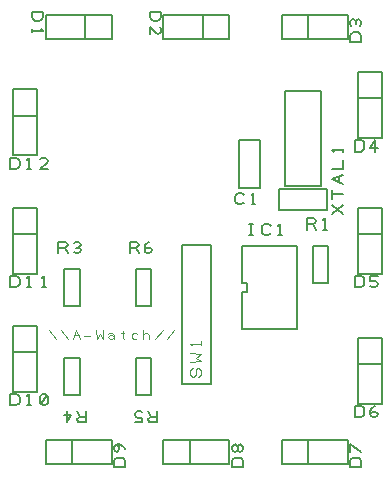
<source format=gbr>
%FSLAX23Y23*%
%MOIN*%
G04 EasyPC Gerber Version 16.0.6 Build 3249 *
%ADD11C,0.00300*%
%ADD12C,0.00500*%
%ADD13C,0.00600*%
X0Y0D02*
D02*
D11*
X4278Y4780D02*
X4303Y4750D01*
X4317Y4780D02*
X4342Y4750D01*
X4357D02*
X4369Y4780D01*
X4381Y4750*
X4362Y4762D02*
X4377D01*
X4396Y4760D02*
X4416D01*
X4436Y4780D02*
X4438Y4750D01*
X4448Y4765*
X4458Y4750*
X4460Y4780*
X4475Y4767D02*
X4480Y4770D01*
X4487*
X4492Y4767*
X4495Y4762*
Y4755*
X4492Y4753*
X4487Y4750*
X4482*
X4477Y4753*
X4475Y4755*
Y4757*
X4477Y4760*
X4482Y4762*
X4487*
X4492Y4760*
X4495Y4757*
Y4755D02*
Y4750D01*
X4519Y4770D02*
X4529D01*
X4524Y4775D02*
Y4753D01*
X4527Y4750*
X4529*
X4532Y4753*
X4573Y4767D02*
X4568Y4770D01*
X4561*
X4556Y4767*
X4554Y4762*
Y4757*
X4556Y4753*
X4561Y4750*
X4568*
X4573Y4753*
X4593Y4750D02*
Y4780D01*
Y4762D02*
X4596Y4767D01*
X4600Y4770*
X4605*
X4610Y4767*
X4613Y4762*
Y4750*
X4632D02*
X4657Y4780D01*
X4672Y4750D02*
X4696Y4780D01*
X4776Y4622D02*
X4783Y4625D01*
X4786Y4631*
Y4644*
X4783Y4650*
X4776Y4653*
X4770Y4650*
X4767Y4644*
Y4631*
X4764Y4625*
X4758Y4622*
X4751Y4625*
X4748Y4631*
Y4644*
X4751Y4650*
X4758Y4653*
X4748Y4672D02*
X4786Y4675D01*
X4767Y4687*
X4786Y4700*
X4748Y4703*
X4786Y4728D02*
Y4741D01*
Y4734D02*
X4748D01*
X4755Y4728*
D02*
D12*
X4149Y4528D02*
Y4565D01*
X4168*
X4174Y4562*
X4177Y4559*
X4181Y4553*
Y4540*
X4177Y4534*
X4174Y4531*
X4168Y4528*
X4149*
X4206D02*
X4218D01*
X4212D02*
Y4565D01*
X4206Y4559*
X4252Y4531D02*
X4259Y4528D01*
X4265*
X4271Y4531*
X4274Y4537*
Y4556*
X4271Y4562*
X4265Y4565*
X4259*
X4252Y4562*
X4249Y4556*
Y4537*
X4252Y4531*
X4271Y4562*
X4149Y4922D02*
Y4959D01*
X4168*
X4174Y4956*
X4177Y4953*
X4181Y4947*
Y4934*
X4177Y4928*
X4174Y4925*
X4168Y4922*
X4149*
X4206D02*
X4218D01*
X4212D02*
Y4959D01*
X4206Y4953*
X4256Y4922D02*
X4268D01*
X4262D02*
Y4959D01*
X4256Y4953*
X4149Y5315D02*
Y5353D01*
X4168*
X4174Y5350*
X4177Y5347*
X4181Y5340*
Y5328*
X4177Y5322*
X4174Y5319*
X4168Y5315*
X4149*
X4206D02*
X4218D01*
X4212D02*
Y5353D01*
X4206Y5347*
X4274Y5315D02*
X4249D01*
X4271Y5337*
X4274Y5344*
X4271Y5350*
X4265Y5353*
X4256*
X4249Y5350*
X4159Y4794D02*
Y4574D01*
X4239*
Y4794*
X4159*
Y5187D02*
Y4967D01*
X4239*
Y5187*
X4159*
Y5581D02*
Y5361D01*
X4239*
Y5581*
X4159*
X4161Y4705D02*
X4240D01*
X4161Y5099D02*
X4240D01*
X4161Y5493D02*
X4240D01*
X4221Y5840D02*
X4258D01*
Y5821*
X4255Y5815*
X4252Y5812*
X4246Y5809*
X4233*
X4227Y5812*
X4224Y5815*
X4221Y5821*
Y5840*
Y5784D02*
Y5771D01*
Y5777D02*
X4258D01*
X4252Y5784*
X4267Y4333D02*
X4487D01*
Y4413*
X4267*
Y4333*
X4310Y5036D02*
Y5073D01*
X4332*
X4338Y5070*
X4342Y5064*
X4338Y5058*
X4332Y5054*
X4310*
X4332D02*
X4342Y5036D01*
X4363Y5039D02*
X4370Y5036D01*
X4376*
X4382Y5039*
X4385Y5045*
X4382Y5051*
X4376Y5054*
X4370*
X4376D02*
X4382Y5058D01*
X4385Y5064*
X4382Y5070*
X4376Y5073*
X4370*
X4363Y5070*
X4330Y4981D02*
X4383D01*
Y4858*
X4330*
Y4981*
X4355Y4334D02*
Y4413D01*
X4383Y4563D02*
X4330D01*
Y4686*
X4383*
Y4563*
X4398Y5828D02*
Y5749D01*
X4403Y4509D02*
Y4471D01*
X4381*
X4375Y4474*
X4372Y4481*
X4375Y4487*
X4381Y4490*
X4403*
X4381D02*
X4372Y4509D01*
X4338D02*
Y4471D01*
X4353Y4496*
X4328*
X4487Y5830D02*
X4267D01*
Y5750*
X4487*
Y5830*
X4532Y4323D02*
X4495D01*
Y4341*
X4498Y4348*
X4501Y4351*
X4507Y4354*
X4520*
X4526Y4351*
X4529Y4348*
X4532Y4341*
Y4323*
Y4382D02*
X4529Y4388D01*
X4523Y4394*
X4513Y4398*
X4504*
X4498Y4394*
X4495Y4388*
Y4382*
X4498Y4376*
X4504Y4373*
X4510Y4376*
X4513Y4382*
Y4388*
X4510Y4394*
X4504Y4398*
X4547Y5036D02*
Y5073D01*
X4568*
X4575Y5070*
X4578Y5064*
X4575Y5058*
X4568Y5054*
X4547*
X4568D02*
X4578Y5036D01*
X4597Y5045D02*
X4600Y5051D01*
X4606Y5054*
X4612*
X4618Y5051*
X4622Y5045*
X4618Y5039*
X4612Y5036*
X4606*
X4600Y5039*
X4597Y5045*
Y5054*
X4600Y5064*
X4606Y5070*
X4612Y5073*
X4567Y4981D02*
X4620D01*
Y4858*
X4567*
Y4981*
X4615Y5840D02*
X4652D01*
Y5821*
X4649Y5815*
X4646Y5812*
X4640Y5809*
X4627*
X4621Y5812*
X4618Y5815*
X4615Y5821*
Y5840*
Y5765D02*
Y5790D01*
X4636Y5768*
X4643Y5765*
X4649Y5768*
X4652Y5774*
Y5784*
X4649Y5790*
X4620Y4563D02*
X4567D01*
Y4686*
X4620*
Y4563*
X4640Y4509D02*
Y4471D01*
X4618*
X4611Y4474*
X4608Y4481*
X4611Y4487*
X4618Y4490*
X4640*
X4618D02*
X4608Y4509D01*
X4590Y4506D02*
X4583Y4509D01*
X4574*
X4568Y4506*
X4565Y4499*
Y4496*
X4568Y4490*
X4574Y4487*
X4590*
Y4471*
X4565*
X4660Y4333D02*
X4880D01*
Y4413*
X4660*
Y4333*
X4748Y4334D02*
Y4413D01*
X4792Y5828D02*
Y5749D01*
X4880Y5830D02*
X4660D01*
Y5750*
X4880*
Y5830*
X4929Y5204D02*
X4926Y5201D01*
X4919Y5198*
X4910*
X4904Y5201*
X4901Y5204*
X4897Y5210*
Y5223*
X4901Y5229*
X4904Y5232*
X4910Y5235*
X4919*
X4926Y5232*
X4929Y5229*
X4954Y5198D02*
X4966D01*
X4960D02*
Y5235D01*
X4954Y5229*
X4912Y5413D02*
Y5253D01*
X4982*
Y5413*
X4912*
X4922Y5058D02*
X5106D01*
Y4782*
X4922*
Y4905*
X4937*
Y4935*
X4922*
Y5058*
X4926Y4323D02*
X4888D01*
Y4341*
X4891Y4348*
X4895Y4351*
X4901Y4354*
X4913*
X4920Y4351*
X4923Y4348*
X4926Y4341*
Y4323*
X4907Y4382D02*
Y4388D01*
X4904Y4394*
X4898Y4398*
X4891Y4394*
X4888Y4388*
Y4382*
X4891Y4376*
X4898Y4373*
X4904Y4376*
X4907Y4382*
X4910Y4376*
X4916Y4373*
X4923Y4376*
X4926Y4382*
Y4388*
X4923Y4394*
X4916Y4398*
X4910Y4394*
X4907Y4388*
X4946Y5096D02*
X4958D01*
X4952D02*
Y5133D01*
X4946D02*
X4958D01*
X5018Y5102D02*
X5015Y5099D01*
X5008Y5096*
X4999*
X4993Y5099*
X4990Y5102*
X4987Y5108*
Y5121*
X4990Y5127*
X4993Y5130*
X4999Y5133*
X5008*
X5015Y5130*
X5018Y5127*
X5043Y5096D02*
X5055D01*
X5049D02*
Y5133D01*
X5043Y5127*
X5045Y5180D02*
X5205D01*
Y5250*
X5045*
Y5180*
X5054Y4333D02*
X5274D01*
Y4413*
X5054*
Y4333*
Y5750D02*
X5274D01*
Y5830*
X5054*
Y5750*
X5137Y5114D02*
Y5152D01*
X5159*
X5165Y5149*
X5168Y5143*
X5165Y5136*
X5159Y5133*
X5137*
X5159D02*
X5168Y5114D01*
X5193D02*
X5206D01*
X5200D02*
Y5152D01*
X5193Y5146*
X5142Y4334D02*
Y4413D01*
Y5752D02*
Y5830D01*
X5157Y5060D02*
X5210D01*
Y4937*
X5157*
Y5060*
X5184Y5260D02*
Y5575D01*
X5066*
Y5260*
X5184*
X5260Y5165D02*
X5223Y5196D01*
Y5165D02*
X5260Y5196D01*
Y5231D02*
X5223D01*
Y5215D02*
Y5246D01*
X5260Y5265D02*
X5223Y5281D01*
X5260Y5296*
X5245Y5271D02*
Y5290D01*
X5223Y5315D02*
X5260D01*
Y5346*
Y5371D02*
Y5384D01*
Y5378D02*
X5223D01*
X5229Y5371*
X5299Y4489D02*
Y4526D01*
X5318*
X5324Y4523*
X5327Y4520*
X5330Y4514*
Y4501*
X5327Y4495*
X5324Y4492*
X5318Y4489*
X5299*
X5349Y4498D02*
X5352Y4504D01*
X5358Y4507*
X5365*
X5371Y4504*
X5374Y4498*
X5371Y4492*
X5365Y4489*
X5358*
X5352Y4492*
X5349Y4498*
Y4507*
X5352Y4517*
X5358Y4523*
X5365Y4526*
X5299Y4922D02*
Y4959D01*
X5318*
X5324Y4956*
X5327Y4953*
X5330Y4947*
Y4934*
X5327Y4928*
X5324Y4925*
X5318Y4922*
X5299*
X5349Y4925D02*
X5355Y4922D01*
X5365*
X5371Y4925*
X5374Y4931*
Y4934*
X5371Y4940*
X5365Y4944*
X5349*
Y4959*
X5374*
X5299Y5374D02*
Y5412D01*
X5318*
X5324Y5409*
X5327Y5406*
X5330Y5399*
Y5387*
X5327Y5381*
X5324Y5378*
X5318Y5374*
X5299*
X5365D02*
Y5412D01*
X5349Y5387*
X5374*
X5309Y4754D02*
Y4534D01*
X5389*
Y4754*
X5309*
Y5187D02*
Y4967D01*
X5389*
Y5187*
X5309*
Y5640D02*
Y5420D01*
X5389*
Y5640*
X5309*
X5311Y4666D02*
X5390D01*
X5311Y5099D02*
X5390D01*
X5311Y5552D02*
X5390D01*
X5320Y4323D02*
X5282D01*
Y4341*
X5285Y4348*
X5288Y4351*
X5295Y4354*
X5307*
X5313Y4351*
X5316Y4348*
X5320Y4341*
Y4323*
Y4373D02*
X5282Y4398D01*
Y4373*
X5320Y5740D02*
X5282D01*
Y5759*
X5285Y5765*
X5288Y5768*
X5295Y5771*
X5307*
X5313Y5768*
X5316Y5765*
X5320Y5759*
Y5740*
X5316Y5793D02*
X5320Y5799D01*
Y5806*
X5316Y5812*
X5310Y5815*
X5304Y5812*
X5301Y5806*
Y5799*
Y5806D02*
X5298Y5812D01*
X5291Y5815*
X5285Y5812*
X5282Y5806*
Y5799*
X5285Y5793*
D02*
D13*
X4819Y4598D02*
Y5063D01*
X4721*
Y4598*
X4819*
X0Y0D02*
M02*

</source>
